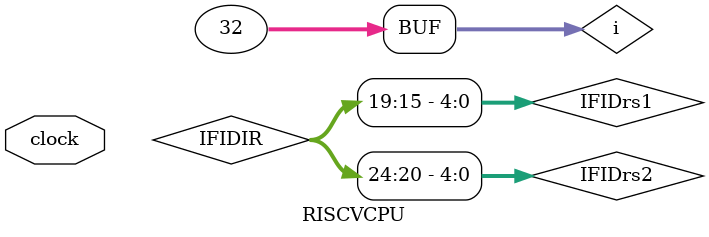
<source format=v>
module RISCVCPU (clock);
  // Instruction opcodes
  parameter LD = 7'b000_0011, 
            SD = 7'b010_0011, 
            BEQ = 7'b110_0011, 
            NOP = 32'h000_0013, 
            ALUop = 7'b011_0011;
  input clock;

  reg [63:0] PC, Regs[0:31], IDEXA, IDEXB, EXMEMB, EXMEMALUOut, MEMWBValue;
  reg [31:0] IMemory[0:1023], DMemory[0:1023], // separate memories
             IFIDIR, IDEXIR, EXMEMIR, MEMWBIR; // pipeline registers
  wire [4:0] IFIDrs1, IFIDrs2, MEMWBrd; // Access register fileds
  wire [6:0] IDEXop, EXMEMop, MEMWBop; // Access opcodes
  wire [63:0] Ain, Bin; // the ALU inputs

  // These assignments define fields from the pipeline registers
  assign IFIDrs1  = IFIDIR[19:15];  // rs1 field
  assign IFIDrs2  = IFIDIR[24:20];  // rs2 field
  assign IDEXop   = IDEXIR[6:0];    // the opcode
  assign EXMEMop  = EXMEMIR[6:0];   // the opcode
  assign MEMWBop  = MEMWBIR[6:0];   // the opcode
  assign MEMWBrd  = MEMWBIR[11:7];  // rd field
  // Inputs to the ALU come directly from the ID/EX pipeline registers
  assign Ain = IDEXA;
  assign Bin = IDEXB;

  integer i; // used to initialize registers
  initial
  begin
    PC = 0;
    IFIDIR = NOP; IDEXIR = NOP; EXMEMIR = NOP; MEMWBIR = NOP; // put NOPs in pipline registers
    for (i=0;i<=31;i=i+1) Regs[i] = i; // initialize registers--just so they aren't cares
  end

  // Remember that ALL these actions happen every pipe stage and with the use of <= they happen in parallel!
  always @(posedge clock)
  begin
    // first instruction in the pipeline is being fetched
    // Fetch & increment PC
    IFIDIR <= IMemory[PC >> 2];
    PC <= PC + 4;

    // second instruct in pipeline is fetching register
    IDEXA <= Regs[IFIDrs1]; IDEXB <= Regs[IFIDrs2]; // get two registers
    IDEXIR <= IFIDIR; // pass along IR--can happen anywhere, since this affects next stage only!

    // third instruction is doing address calculation or ALU operation
    if (IDEXop == LD) begin
      EXMEMALUOut <= IDEXA + {{53{IDEXIR[31]}}, IDEXIR[30:20]};
      $display("IDEXop is %x, LD", IDEXop);
    end
    else if (IDEXop == SD) begin
      EXMEMALUOut <= IDEXA + {{53{IDEXIR[31]}}, IDEXIR[30:25], IDEXIR[11:7]};
      $display("IDEXop is %x, SD", IDEXop);
    end
    else if (IDEXop == ALUop) begin
      case (IDEXIR[31:25]) // case for the various R-type instructions
        0: EXMEMALUOut <= Ain + Bin;  // add operation
        default: ; // other R-type operations: subtract, SLT, etc.
      endcase
      $display("IDEXop is %x, ALUop", IDEXop);
    end
    else begin
      if ( IDEXIR == NOP ) 
        $display("IDEXop is %x, NOP", IDEXop);
      else 
        $display("IDEXop is %x, not Recognized", IDEXop);
    end
    EXMEMIR <= IDEXIR; EXMEMB <= IDEXB; // pass along the IR & B register

    // Mem stage of pipeline
    if (EXMEMop == ALUop) MEMWBValue <= EXMEMALUOut; // pass along ALU result
    else if (EXMEMop == LD) MEMWBValue <= DMemory[EXMEMALUOut >> 2];
    else if (EXMEMop == SD) DMemory[EXMEMALUOut >> 2] <= EXMEMB; //store
    MEMWBIR <= EXMEMIR; // pass along IR

    // WB stage
    if (((MEMWBop == LD) || (MEMWBop == ALUop)) && (MEMWBrd != 0)) // update registers if load/ALU operation and destination not 0
      Regs[MEMWBrd] <= MEMWBValue;
  end
endmodule

</source>
